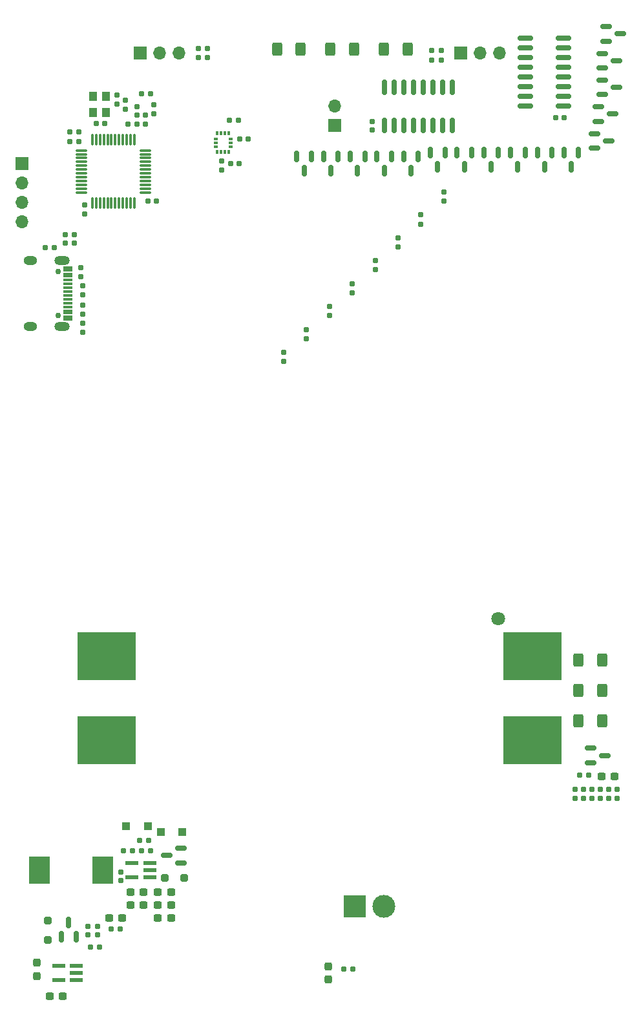
<source format=gbr>
%TF.GenerationSoftware,KiCad,Pcbnew,8.0.8*%
%TF.CreationDate,2025-07-11T17:58:52+08:00*%
%TF.ProjectId,pcb_badge,7063625f-6261-4646-9765-2e6b69636164,rev?*%
%TF.SameCoordinates,Original*%
%TF.FileFunction,Soldermask,Bot*%
%TF.FilePolarity,Negative*%
%FSLAX46Y46*%
G04 Gerber Fmt 4.6, Leading zero omitted, Abs format (unit mm)*
G04 Created by KiCad (PCBNEW 8.0.8) date 2025-07-11 17:58:52*
%MOMM*%
%LPD*%
G01*
G04 APERTURE LIST*
G04 Aperture macros list*
%AMRoundRect*
0 Rectangle with rounded corners*
0 $1 Rounding radius*
0 $2 $3 $4 $5 $6 $7 $8 $9 X,Y pos of 4 corners*
0 Add a 4 corners polygon primitive as box body*
4,1,4,$2,$3,$4,$5,$6,$7,$8,$9,$2,$3,0*
0 Add four circle primitives for the rounded corners*
1,1,$1+$1,$2,$3*
1,1,$1+$1,$4,$5*
1,1,$1+$1,$6,$7*
1,1,$1+$1,$8,$9*
0 Add four rect primitives between the rounded corners*
20,1,$1+$1,$2,$3,$4,$5,0*
20,1,$1+$1,$4,$5,$6,$7,0*
20,1,$1+$1,$6,$7,$8,$9,0*
20,1,$1+$1,$8,$9,$2,$3,0*%
G04 Aperture macros list end*
%ADD10R,1.700000X1.700000*%
%ADD11O,1.700000X1.700000*%
%ADD12R,3.000000X3.000000*%
%ADD13C,3.000000*%
%ADD14RoundRect,0.155000X0.212500X0.155000X-0.212500X0.155000X-0.212500X-0.155000X0.212500X-0.155000X0*%
%ADD15RoundRect,0.150000X-0.150000X0.587500X-0.150000X-0.587500X0.150000X-0.587500X0.150000X0.587500X0*%
%ADD16RoundRect,0.160000X0.160000X-0.197500X0.160000X0.197500X-0.160000X0.197500X-0.160000X-0.197500X0*%
%ADD17RoundRect,0.075000X-0.075000X0.662500X-0.075000X-0.662500X0.075000X-0.662500X0.075000X0.662500X0*%
%ADD18RoundRect,0.075000X-0.662500X0.075000X-0.662500X-0.075000X0.662500X-0.075000X0.662500X0.075000X0*%
%ADD19RoundRect,0.237500X-0.300000X-0.237500X0.300000X-0.237500X0.300000X0.237500X-0.300000X0.237500X0*%
%ADD20R,1.805236X0.612132*%
%ADD21RoundRect,0.250000X-0.250000X0.250000X-0.250000X-0.250000X0.250000X-0.250000X0.250000X0.250000X0*%
%ADD22RoundRect,0.160000X-0.160000X0.197500X-0.160000X-0.197500X0.160000X-0.197500X0.160000X0.197500X0*%
%ADD23RoundRect,0.250000X0.400000X0.625000X-0.400000X0.625000X-0.400000X-0.625000X0.400000X-0.625000X0*%
%ADD24C,0.750000*%
%ADD25R,1.300000X0.300000*%
%ADD26O,1.800000X1.200000*%
%ADD27O,2.000000X1.200000*%
%ADD28RoundRect,0.160000X-0.197500X-0.160000X0.197500X-0.160000X0.197500X0.160000X-0.197500X0.160000X0*%
%ADD29RoundRect,0.237500X-0.237500X0.300000X-0.237500X-0.300000X0.237500X-0.300000X0.237500X0.300000X0*%
%ADD30RoundRect,0.150000X-0.587500X-0.150000X0.587500X-0.150000X0.587500X0.150000X-0.587500X0.150000X0*%
%ADD31RoundRect,0.160000X0.197500X0.160000X-0.197500X0.160000X-0.197500X-0.160000X0.197500X-0.160000X0*%
%ADD32RoundRect,0.155000X-0.212500X-0.155000X0.212500X-0.155000X0.212500X0.155000X-0.212500X0.155000X0*%
%ADD33RoundRect,0.155000X-0.155000X0.212500X-0.155000X-0.212500X0.155000X-0.212500X0.155000X0.212500X0*%
%ADD34RoundRect,0.150000X0.587500X0.150000X-0.587500X0.150000X-0.587500X-0.150000X0.587500X-0.150000X0*%
%ADD35RoundRect,0.150000X-0.850000X-0.150000X0.850000X-0.150000X0.850000X0.150000X-0.850000X0.150000X0*%
%ADD36RoundRect,0.250000X-0.300000X-0.300000X0.300000X-0.300000X0.300000X0.300000X-0.300000X0.300000X0*%
%ADD37RoundRect,0.150000X-0.150000X0.850000X-0.150000X-0.850000X0.150000X-0.850000X0.150000X0.850000X0*%
%ADD38RoundRect,0.237500X0.300000X0.237500X-0.300000X0.237500X-0.300000X-0.237500X0.300000X-0.237500X0*%
%ADD39C,1.800000*%
%ADD40RoundRect,0.102000X3.725000X3.050000X-3.725000X3.050000X-3.725000X-3.050000X3.725000X-3.050000X0*%
%ADD41R,2.700000X3.600000*%
%ADD42RoundRect,0.155000X0.155000X-0.212500X0.155000X0.212500X-0.155000X0.212500X-0.155000X-0.212500X0*%
%ADD43R,1.100000X1.300000*%
%ADD44RoundRect,0.150000X0.150000X-0.587500X0.150000X0.587500X-0.150000X0.587500X-0.150000X-0.587500X0*%
%ADD45RoundRect,0.250000X0.250000X0.250000X-0.250000X0.250000X-0.250000X-0.250000X0.250000X-0.250000X0*%
%ADD46R,0.355600X0.558800*%
%ADD47R,0.558800X0.355600*%
%ADD48RoundRect,0.250000X0.300000X0.300000X-0.300000X0.300000X-0.300000X-0.300000X0.300000X-0.300000X0*%
G04 APERTURE END LIST*
D10*
%TO.C,J5*%
X133500000Y-34500000D03*
D11*
X136040000Y-34500000D03*
X138580000Y-34500000D03*
%TD*%
D10*
%TO.C,J7*%
X117000000Y-44000000D03*
D11*
X117000000Y-41460000D03*
%TD*%
D12*
%TO.C,J2*%
X119592500Y-146250000D03*
D13*
X123472500Y-146250000D03*
%TD*%
D10*
%TO.C,J4*%
X91500000Y-34500000D03*
D11*
X94040000Y-34500000D03*
X96580000Y-34500000D03*
%TD*%
D10*
%TO.C,J3*%
X76000002Y-49000000D03*
D11*
X76000002Y-51540000D03*
X76000002Y-54080000D03*
X76000002Y-56620000D03*
%TD*%
D14*
%TO.C,C40*%
X147067502Y-43000000D03*
X145932502Y-43000000D03*
%TD*%
D15*
%TO.C,Q90*%
X140050002Y-47562500D03*
X141950002Y-47562500D03*
X141000002Y-49437500D03*
%TD*%
D16*
%TO.C,R24*%
X83700000Y-63797500D03*
X83700000Y-62602500D03*
%TD*%
D17*
%TO.C,U3*%
X85250002Y-45837500D03*
X85750002Y-45837500D03*
X86250002Y-45837500D03*
X86750002Y-45837500D03*
X87250002Y-45837500D03*
X87750002Y-45837500D03*
X88250002Y-45837500D03*
X88750002Y-45837500D03*
X89250002Y-45837500D03*
X89750002Y-45837500D03*
X90250002Y-45837500D03*
X90750002Y-45837500D03*
D18*
X92162502Y-47250000D03*
X92162502Y-47750000D03*
X92162502Y-48250000D03*
X92162502Y-48750000D03*
X92162502Y-49250000D03*
X92162502Y-49750000D03*
X92162502Y-50250000D03*
X92162502Y-50750000D03*
X92162502Y-51250000D03*
X92162502Y-51750000D03*
X92162502Y-52250000D03*
X92162502Y-52750000D03*
D17*
X90750002Y-54162500D03*
X90250002Y-54162500D03*
X89750002Y-54162500D03*
X89250002Y-54162500D03*
X88750002Y-54162500D03*
X88250002Y-54162500D03*
X87750002Y-54162500D03*
X87250002Y-54162500D03*
X86750002Y-54162500D03*
X86250002Y-54162500D03*
X85750002Y-54162500D03*
X85250002Y-54162500D03*
D18*
X83837502Y-52750000D03*
X83837502Y-52250000D03*
X83837502Y-51750000D03*
X83837502Y-51250000D03*
X83837502Y-50750000D03*
X83837502Y-50250000D03*
X83837502Y-49750000D03*
X83837502Y-49250000D03*
X83837502Y-48750000D03*
X83837502Y-48250000D03*
X83837502Y-47750000D03*
X83837502Y-47250000D03*
%TD*%
D19*
%TO.C,C24*%
X93837502Y-146100000D03*
X95562502Y-146100000D03*
%TD*%
D20*
%TO.C,U1*%
X83150483Y-154049999D03*
X83150483Y-155000000D03*
X83150483Y-155950001D03*
X80849517Y-155950001D03*
X80849517Y-154049999D03*
%TD*%
D21*
%TO.C,D9*%
X79400002Y-148150000D03*
X79400002Y-150650000D03*
%TD*%
D22*
%TO.C,R97*%
X131300002Y-52702500D03*
X131300002Y-53897500D03*
%TD*%
D23*
%TO.C,R164*%
X112550000Y-34000000D03*
X109450000Y-34000000D03*
%TD*%
D14*
%TO.C,C32*%
X83467502Y-46100000D03*
X82332502Y-46100000D03*
%TD*%
D24*
%TO.C,J1*%
X80810000Y-68900000D03*
X80810000Y-63100000D03*
D25*
X82070000Y-69350000D03*
X82070000Y-68550000D03*
X82070000Y-67250000D03*
X82070000Y-66250000D03*
X82070000Y-65750000D03*
X82070000Y-64750000D03*
X82070000Y-63450000D03*
X82070000Y-62650000D03*
X82070000Y-62950000D03*
X82070000Y-63750000D03*
X82070000Y-64250000D03*
X82070000Y-65250000D03*
X82070000Y-66750000D03*
X82070000Y-67750000D03*
X82070000Y-68250000D03*
X82070000Y-69050000D03*
D26*
X77130000Y-70330000D03*
D27*
X81310000Y-70330000D03*
D26*
X77130000Y-61670000D03*
D27*
X81310000Y-61670000D03*
%TD*%
D16*
%TO.C,R32*%
X148500000Y-132097500D03*
X148500000Y-130902500D03*
%TD*%
D28*
%TO.C,R10*%
X85002502Y-151600000D03*
X86197502Y-151600000D03*
%TD*%
D29*
%TO.C,C11*%
X78000000Y-153637500D03*
X78000000Y-155362500D03*
%TD*%
D16*
%TO.C,R36*%
X150700000Y-132097500D03*
X150700000Y-130902500D03*
%TD*%
D30*
%TO.C,Q9*%
X150562502Y-127450000D03*
X150562502Y-125550000D03*
X152437502Y-126500000D03*
%TD*%
D16*
%TO.C,R4*%
X93300000Y-42497500D03*
X93300000Y-41302500D03*
%TD*%
%TO.C,R35*%
X151800000Y-132097500D03*
X151800000Y-130902500D03*
%TD*%
D23*
%TO.C,R165*%
X152050000Y-114000000D03*
X148950000Y-114000000D03*
%TD*%
D19*
%TO.C,C25*%
X93837502Y-144400000D03*
X95562502Y-144400000D03*
%TD*%
D31*
%TO.C,R17*%
X82897502Y-58300000D03*
X81702502Y-58300000D03*
%TD*%
D32*
%TO.C,C30*%
X92532502Y-53900000D03*
X93667502Y-53900000D03*
%TD*%
%TO.C,C38*%
X85732502Y-43700000D03*
X86867502Y-43700000D03*
%TD*%
D31*
%TO.C,R19*%
X85897502Y-150000000D03*
X84702502Y-150000000D03*
%TD*%
D16*
%TO.C,R21*%
X89600000Y-41897500D03*
X89600000Y-40702500D03*
%TD*%
D29*
%TO.C,C60*%
X116200000Y-154137500D03*
X116200000Y-155862500D03*
%TD*%
D15*
%TO.C,Q99*%
X115550002Y-48062500D03*
X117450002Y-48062500D03*
X116500002Y-49937500D03*
%TD*%
D16*
%TO.C,R34*%
X152900000Y-132097500D03*
X152900000Y-130902500D03*
%TD*%
%TO.C,R31*%
X149600000Y-132097500D03*
X149600000Y-130902500D03*
%TD*%
D32*
%TO.C,C51*%
X103365000Y-49000000D03*
X104500000Y-49000000D03*
%TD*%
D31*
%TO.C,R20*%
X83497502Y-44800000D03*
X82302502Y-44800000D03*
%TD*%
D22*
%TO.C,R96*%
X128300002Y-55702500D03*
X128300002Y-56897500D03*
%TD*%
D19*
%TO.C,C20*%
X87437502Y-147800000D03*
X89162502Y-147800000D03*
%TD*%
D31*
%TO.C,R23*%
X92897502Y-139000000D03*
X91702502Y-139000000D03*
%TD*%
D16*
%TO.C,R6*%
X99100000Y-35097500D03*
X99100000Y-33902500D03*
%TD*%
D22*
%TO.C,R95*%
X125300002Y-58702500D03*
X125300002Y-59897500D03*
%TD*%
D33*
%TO.C,C21*%
X89000002Y-141732500D03*
X89000002Y-142867500D03*
%TD*%
D15*
%TO.C,Q91*%
X143550002Y-47562500D03*
X145450002Y-47562500D03*
X144500002Y-49437500D03*
%TD*%
D30*
%TO.C,Q94*%
X151562502Y-43450000D03*
X151562502Y-41550000D03*
X153437502Y-42500000D03*
%TD*%
D33*
%TO.C,C37*%
X88500000Y-40032500D03*
X88500000Y-41167500D03*
%TD*%
D28*
%TO.C,R11*%
X91702500Y-39800000D03*
X92897500Y-39800000D03*
%TD*%
D15*
%TO.C,Q915*%
X136550002Y-47562500D03*
X138450002Y-47562500D03*
X137500002Y-49437500D03*
%TD*%
D31*
%TO.C,R5*%
X92597502Y-137600000D03*
X91402502Y-137600000D03*
%TD*%
D22*
%TO.C,R90*%
X110300002Y-73702500D03*
X110300002Y-74897500D03*
%TD*%
D15*
%TO.C,Q98*%
X112050002Y-48062500D03*
X113950002Y-48062500D03*
X113000002Y-49937500D03*
%TD*%
D14*
%TO.C,C33*%
X91067500Y-43800000D03*
X89932500Y-43800000D03*
%TD*%
D34*
%TO.C,Q2*%
X96837502Y-138650000D03*
X96837502Y-140550000D03*
X94962502Y-139600000D03*
%TD*%
D23*
%TO.C,R166*%
X126550000Y-34000000D03*
X123450000Y-34000000D03*
%TD*%
D19*
%TO.C,C10*%
X79637500Y-158000000D03*
X81362500Y-158000000D03*
%TD*%
D22*
%TO.C,R92*%
X116300002Y-67702500D03*
X116300002Y-68897500D03*
%TD*%
D16*
%TO.C,R9*%
X129700000Y-35397500D03*
X129700000Y-34202500D03*
%TD*%
D28*
%TO.C,R16*%
X81702502Y-59400000D03*
X82897502Y-59400000D03*
%TD*%
D15*
%TO.C,Q911*%
X122550002Y-48062500D03*
X124450002Y-48062500D03*
X123500002Y-49937500D03*
%TD*%
%TO.C,Q912*%
X126050002Y-48062500D03*
X127950002Y-48062500D03*
X127000002Y-49937500D03*
%TD*%
D35*
%TO.C,U4*%
X142000000Y-41445000D03*
X142000000Y-40175000D03*
X142000000Y-38905000D03*
X142000000Y-37635000D03*
X142000000Y-36365000D03*
X142000000Y-35095000D03*
X142000000Y-33825000D03*
X142000000Y-32555000D03*
X147000000Y-32555000D03*
X147000000Y-33825000D03*
X147000000Y-35095000D03*
X147000000Y-36365000D03*
X147000000Y-37635000D03*
X147000000Y-38905000D03*
X147000000Y-40175000D03*
X147000000Y-41445000D03*
%TD*%
D32*
%TO.C,C1*%
X87732502Y-149250000D03*
X88867502Y-149250000D03*
%TD*%
D33*
%TO.C,C31*%
X84200002Y-54432500D03*
X84200002Y-55567500D03*
%TD*%
D36*
%TO.C,D2*%
X89700002Y-135750000D03*
X92500002Y-135750000D03*
%TD*%
D15*
%TO.C,Q914*%
X133050002Y-47562500D03*
X134950002Y-47562500D03*
X134000002Y-49437500D03*
%TD*%
D37*
%TO.C,U8*%
X123555000Y-39000000D03*
X124825000Y-39000000D03*
X126095000Y-39000000D03*
X127365000Y-39000000D03*
X128635000Y-39000000D03*
X129905000Y-39000000D03*
X131175000Y-39000000D03*
X132445000Y-39000000D03*
X132445000Y-44000000D03*
X131175000Y-44000000D03*
X129905000Y-44000000D03*
X128635000Y-44000000D03*
X127365000Y-44000000D03*
X126095000Y-44000000D03*
X124825000Y-44000000D03*
X123555000Y-44000000D03*
%TD*%
D31*
%TO.C,R3*%
X80297500Y-60000000D03*
X79102500Y-60000000D03*
%TD*%
D33*
%TO.C,C34*%
X91100000Y-41532500D03*
X91100000Y-42667500D03*
%TD*%
D23*
%TO.C,R162*%
X152050000Y-122000000D03*
X148950000Y-122000000D03*
%TD*%
D20*
%TO.C,U2*%
X92750485Y-140549999D03*
X92750485Y-141500000D03*
X92750485Y-142450001D03*
X90449519Y-142450001D03*
X90449519Y-140549999D03*
%TD*%
D22*
%TO.C,R2*%
X84000000Y-65002500D03*
X84000000Y-66197500D03*
%TD*%
D38*
%TO.C,C22*%
X91962502Y-144400000D03*
X90237502Y-144400000D03*
%TD*%
%TO.C,C92*%
X153662500Y-129200000D03*
X151937500Y-129200000D03*
%TD*%
D22*
%TO.C,R1*%
X84000000Y-67502500D03*
X84000000Y-68697500D03*
%TD*%
D28*
%TO.C,R50*%
X103202500Y-43300000D03*
X104397500Y-43300000D03*
%TD*%
D32*
%TO.C,C50*%
X104557500Y-45750000D03*
X105692500Y-45750000D03*
%TD*%
D16*
%TO.C,R7*%
X131000002Y-35397500D03*
X131000002Y-34202500D03*
%TD*%
D15*
%TO.C,Q92*%
X147050002Y-47562500D03*
X148950002Y-47562500D03*
X148000002Y-49437500D03*
%TD*%
D28*
%TO.C,R18*%
X84702502Y-148900000D03*
X85897502Y-148900000D03*
%TD*%
D16*
%TO.C,R33*%
X154000000Y-132097500D03*
X154000000Y-130902500D03*
%TD*%
D39*
%TO.C,BT1*%
X138450000Y-108550000D03*
D40*
X87125000Y-113500000D03*
X142875000Y-113500000D03*
X142875000Y-124500000D03*
X87125000Y-124500000D03*
%TD*%
D15*
%TO.C,Q910*%
X119050002Y-48062500D03*
X120950002Y-48062500D03*
X120000002Y-49937500D03*
%TD*%
D22*
%TO.C,R93*%
X119300002Y-64702500D03*
X119300002Y-65897500D03*
%TD*%
D38*
%TO.C,C26*%
X91962502Y-146100000D03*
X90237502Y-146100000D03*
%TD*%
D41*
%TO.C,L20*%
X78350002Y-141500000D03*
X86650002Y-141500000D03*
%TD*%
D16*
%TO.C,R25*%
X84000000Y-71097500D03*
X84000000Y-69902500D03*
%TD*%
D30*
%TO.C,Q96*%
X152062502Y-36450000D03*
X152062502Y-34550000D03*
X153937502Y-35500000D03*
%TD*%
D23*
%TO.C,R167*%
X119550000Y-34000000D03*
X116450000Y-34000000D03*
%TD*%
D16*
%TO.C,R8*%
X100300000Y-35097500D03*
X100300000Y-33902500D03*
%TD*%
D42*
%TO.C,C80*%
X121900000Y-44567500D03*
X121900000Y-43432500D03*
%TD*%
D19*
%TO.C,C23*%
X93837502Y-147800000D03*
X95562502Y-147800000D03*
%TD*%
D28*
%TO.C,R22*%
X89302502Y-139000000D03*
X90497502Y-139000000D03*
%TD*%
D22*
%TO.C,R91*%
X113300002Y-70702500D03*
X113300002Y-71897500D03*
%TD*%
D28*
%TO.C,R61*%
X118202500Y-154500000D03*
X119397500Y-154500000D03*
%TD*%
D23*
%TO.C,R163*%
X152050000Y-118000000D03*
X148950000Y-118000000D03*
%TD*%
D43*
%TO.C,Y1*%
X87025000Y-40150000D03*
X87025000Y-42250000D03*
X85375000Y-42250000D03*
X85375000Y-40150000D03*
%TD*%
D22*
%TO.C,R94*%
X122300002Y-61702500D03*
X122300002Y-62897500D03*
%TD*%
D44*
%TO.C,Q1*%
X83112502Y-150237500D03*
X81212502Y-150237500D03*
X82162502Y-148362500D03*
%TD*%
D16*
%TO.C,R51*%
X102200000Y-49797500D03*
X102200000Y-48602500D03*
%TD*%
D45*
%TO.C,D1*%
X97250002Y-142500000D03*
X94750002Y-142500000D03*
%TD*%
D30*
%TO.C,Q93*%
X151062502Y-46950000D03*
X151062502Y-45050000D03*
X152937502Y-46000000D03*
%TD*%
%TO.C,Q97*%
X152562502Y-32950000D03*
X152562502Y-31050000D03*
X154437502Y-32000000D03*
%TD*%
D16*
%TO.C,R30*%
X92200000Y-43797500D03*
X92200000Y-42602500D03*
%TD*%
D15*
%TO.C,Q913*%
X129550002Y-47562500D03*
X131450002Y-47562500D03*
X130500002Y-49437500D03*
%TD*%
D30*
%TO.C,Q95*%
X152062502Y-39950000D03*
X152062502Y-38050000D03*
X153937502Y-39000000D03*
%TD*%
D28*
%TO.C,R14*%
X149102500Y-129100000D03*
X150297500Y-129100000D03*
%TD*%
D46*
%TO.C,U5*%
X101624811Y-45030800D03*
X102124937Y-45030800D03*
X102625063Y-45030800D03*
X103125189Y-45030800D03*
D47*
X103340200Y-45749874D03*
X103340200Y-46250000D03*
X103340200Y-46750126D03*
D46*
X103125189Y-47469200D03*
X102625063Y-47469200D03*
X102124937Y-47469200D03*
X101624811Y-47469200D03*
D47*
X101409800Y-46750126D03*
X101409800Y-46250000D03*
X101409800Y-45749874D03*
%TD*%
D48*
%TO.C,D18*%
X97000002Y-136500000D03*
X94200002Y-136500000D03*
%TD*%
M02*

</source>
